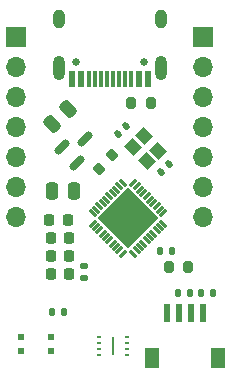
<source format=gbr>
%TF.GenerationSoftware,KiCad,Pcbnew,7.0.11-7.0.11~ubuntu22.04.1*%
%TF.CreationDate,2024-10-26T23:49:30+02:00*%
%TF.ProjectId,C6-40-Flash-test,43362d34-302d-4466-9c61-73682d746573,1.0*%
%TF.SameCoordinates,Original*%
%TF.FileFunction,Soldermask,Top*%
%TF.FilePolarity,Negative*%
%FSLAX46Y46*%
G04 Gerber Fmt 4.6, Leading zero omitted, Abs format (unit mm)*
G04 Created by KiCad (PCBNEW 7.0.11-7.0.11~ubuntu22.04.1) date 2024-10-26 23:49:30*
%MOMM*%
%LPD*%
G01*
G04 APERTURE LIST*
G04 Aperture macros list*
%AMRoundRect*
0 Rectangle with rounded corners*
0 $1 Rounding radius*
0 $2 $3 $4 $5 $6 $7 $8 $9 X,Y pos of 4 corners*
0 Add a 4 corners polygon primitive as box body*
4,1,4,$2,$3,$4,$5,$6,$7,$8,$9,$2,$3,0*
0 Add four circle primitives for the rounded corners*
1,1,$1+$1,$2,$3*
1,1,$1+$1,$4,$5*
1,1,$1+$1,$6,$7*
1,1,$1+$1,$8,$9*
0 Add four rect primitives between the rounded corners*
20,1,$1+$1,$2,$3,$4,$5,0*
20,1,$1+$1,$4,$5,$6,$7,0*
20,1,$1+$1,$6,$7,$8,$9,0*
20,1,$1+$1,$8,$9,$2,$3,0*%
%AMRotRect*
0 Rectangle, with rotation*
0 The origin of the aperture is its center*
0 $1 length*
0 $2 width*
0 $3 Rotation angle, in degrees counterclockwise*
0 Add horizontal line*
21,1,$1,$2,0,0,$3*%
G04 Aperture macros list end*
%ADD10RoundRect,0.135000X-0.135000X-0.185000X0.135000X-0.185000X0.135000X0.185000X-0.135000X0.185000X0*%
%ADD11RoundRect,0.135000X0.135000X0.185000X-0.135000X0.185000X-0.135000X-0.185000X0.135000X-0.185000X0*%
%ADD12R,0.600000X1.550000*%
%ADD13R,1.200000X1.800000*%
%ADD14RoundRect,0.218750X-0.218750X-0.256250X0.218750X-0.256250X0.218750X0.256250X-0.218750X0.256250X0*%
%ADD15RoundRect,0.225000X-0.225000X-0.250000X0.225000X-0.250000X0.225000X0.250000X-0.225000X0.250000X0*%
%ADD16RoundRect,0.200000X-0.200000X-0.275000X0.200000X-0.275000X0.200000X0.275000X-0.200000X0.275000X0*%
%ADD17RoundRect,0.250000X0.250000X0.475000X-0.250000X0.475000X-0.250000X-0.475000X0.250000X-0.475000X0*%
%ADD18RoundRect,0.135000X-0.185000X0.135000X-0.185000X-0.135000X0.185000X-0.135000X0.185000X0.135000X0*%
%ADD19RoundRect,0.140000X-0.140000X-0.170000X0.140000X-0.170000X0.140000X0.170000X-0.140000X0.170000X0*%
%ADD20RoundRect,0.200000X-0.053033X0.335876X-0.335876X0.053033X0.053033X-0.335876X0.335876X-0.053033X0*%
%ADD21RotRect,3.600000X3.600000X45.000000*%
%ADD22RoundRect,0.062500X0.203293X-0.291682X0.291682X-0.203293X-0.203293X0.291682X-0.291682X0.203293X0*%
%ADD23RoundRect,0.062500X-0.203293X-0.291682X0.291682X0.203293X0.203293X0.291682X-0.291682X-0.203293X0*%
%ADD24R,1.700000X1.700000*%
%ADD25O,1.700000X1.700000*%
%ADD26R,0.300000X0.250000*%
%ADD27R,0.200000X1.600000*%
%ADD28RoundRect,0.250000X0.159099X-0.512652X0.512652X-0.159099X-0.159099X0.512652X-0.512652X0.159099X0*%
%ADD29R,0.550000X0.570000*%
%ADD30RotRect,0.990600X1.193800X45.000000*%
%ADD31O,1.000000X1.600000*%
%ADD32O,1.000000X2.100000*%
%ADD33R,0.600000X1.450000*%
%ADD34R,0.300000X1.450000*%
%ADD35C,0.650000*%
%ADD36RoundRect,0.150000X-0.309359X-0.521491X0.521491X0.309359X0.309359X0.521491X-0.521491X-0.309359X0*%
%ADD37RoundRect,0.140000X-0.021213X0.219203X-0.219203X0.021213X0.021213X-0.219203X0.219203X-0.021213X0*%
G04 APERTURE END LIST*
D10*
%TO.C,R7*%
X147940000Y-106150000D03*
X148960000Y-106150000D03*
%TD*%
D11*
%TO.C,R2*%
X150910000Y-106150000D03*
X149890000Y-106150000D03*
%TD*%
D12*
%TO.C,J4*%
X147035000Y-107833370D03*
X148035000Y-107833370D03*
X149035000Y-107833370D03*
X150035000Y-107833370D03*
D13*
X145735000Y-111708370D03*
X151335000Y-111708370D03*
%TD*%
D14*
%TO.C,L1*%
X137152500Y-103065000D03*
X138727500Y-103065000D03*
%TD*%
D15*
%TO.C,C7*%
X137165000Y-104605000D03*
X138715000Y-104605000D03*
%TD*%
D10*
%TO.C,R3*%
X146450000Y-102645000D03*
X147470000Y-102645000D03*
%TD*%
D16*
%TO.C,R1*%
X143995000Y-90085000D03*
X145645000Y-90085000D03*
%TD*%
D17*
%TO.C,C5*%
X139150000Y-97505000D03*
X137250000Y-97505000D03*
%TD*%
D18*
%TO.C,R6*%
X139970000Y-103885000D03*
X139970000Y-104905000D03*
%TD*%
D19*
%TO.C,C1*%
X137310000Y-107785000D03*
X138270000Y-107785000D03*
%TD*%
D20*
%TO.C,R4*%
X142396726Y-94508274D03*
X141230000Y-95675000D03*
%TD*%
D21*
%TO.C,U2*%
X143718528Y-99856472D03*
D22*
X140722163Y-99405691D03*
X141005006Y-99122849D03*
X141287848Y-98840006D03*
X141570691Y-98557163D03*
X141853534Y-98274321D03*
X142136377Y-97991478D03*
X142419219Y-97708635D03*
X142702062Y-97425792D03*
X142984905Y-97142950D03*
X143267747Y-96860107D03*
D23*
X144169309Y-96860107D03*
X144452151Y-97142950D03*
X144734994Y-97425792D03*
X145017837Y-97708635D03*
X145300679Y-97991478D03*
X145583522Y-98274321D03*
X145866365Y-98557163D03*
X146149208Y-98840006D03*
X146432050Y-99122849D03*
X146714893Y-99405691D03*
D22*
X146714893Y-100307253D03*
X146432050Y-100590095D03*
X146149208Y-100872938D03*
X145866365Y-101155781D03*
X145583522Y-101438623D03*
X145300679Y-101721466D03*
X145017837Y-102004309D03*
X144734994Y-102287152D03*
X144452151Y-102569994D03*
X144169309Y-102852837D03*
D23*
X143267747Y-102852837D03*
X142984905Y-102569994D03*
X142702062Y-102287152D03*
X142419219Y-102004309D03*
X142136377Y-101721466D03*
X141853534Y-101438623D03*
X141570691Y-101155781D03*
X141287848Y-100872938D03*
X141005006Y-100590095D03*
X140722163Y-100307253D03*
%TD*%
D24*
%TO.C,J2*%
X134190000Y-84505000D03*
D25*
X134190000Y-87045000D03*
X134190000Y-89585000D03*
X134190000Y-92125000D03*
X134190000Y-94665000D03*
X134190000Y-97205000D03*
X134190000Y-99745000D03*
%TD*%
D24*
%TO.C,J3*%
X150100000Y-84505000D03*
D25*
X150100000Y-87045000D03*
X150100000Y-89585000D03*
X150100000Y-92125000D03*
X150100000Y-94665000D03*
X150100000Y-97205000D03*
X150100000Y-99745000D03*
%TD*%
D14*
%TO.C,L2*%
X137062500Y-100000000D03*
X138637500Y-100000000D03*
%TD*%
D26*
%TO.C,IC1*%
X141250000Y-109900000D03*
X141250000Y-110400000D03*
X141250000Y-110900000D03*
X141250000Y-111400000D03*
X143650000Y-111400000D03*
X143650000Y-110900000D03*
X143650000Y-110400000D03*
X143650000Y-109900000D03*
D27*
X142450000Y-110650000D03*
%TD*%
D28*
%TO.C,C4*%
X137268249Y-91896751D03*
X138611751Y-90553249D03*
%TD*%
D29*
%TO.C,SW1*%
X134655000Y-109885000D03*
X134655000Y-111045000D03*
X137205000Y-109885000D03*
X137205000Y-111045000D03*
%TD*%
D15*
%TO.C,C6*%
X137165000Y-101535000D03*
X138715000Y-101535000D03*
%TD*%
D30*
%TO.C,X1*%
X144130763Y-93834237D03*
X145332846Y-95036320D03*
X146252083Y-94117083D03*
X145050000Y-92915000D03*
%TD*%
D31*
%TO.C,J1*%
X137870000Y-82935000D03*
D32*
X137870000Y-87115000D03*
D31*
X146510000Y-82935000D03*
D32*
X146510000Y-87115000D03*
D33*
X145440000Y-88030000D03*
X144640000Y-88030000D03*
D34*
X143940000Y-88030000D03*
X142940000Y-88030000D03*
X141440000Y-88030000D03*
X140440000Y-88030000D03*
D33*
X139740000Y-88030000D03*
X138940000Y-88030000D03*
X138940000Y-88030000D03*
X139740000Y-88030000D03*
D34*
X140940000Y-88030000D03*
X141940000Y-88030000D03*
X142440000Y-88030000D03*
X143440000Y-88030000D03*
D33*
X144640000Y-88030000D03*
X145440000Y-88030000D03*
D35*
X139300000Y-86585000D03*
X145080000Y-86585000D03*
%TD*%
D16*
%TO.C,R5*%
X147165000Y-103935000D03*
X148815000Y-103935000D03*
%TD*%
D36*
%TO.C,U3*%
X138086497Y-93801497D03*
X139430000Y-95145000D03*
X140084074Y-93147423D03*
%TD*%
D37*
%TO.C,C2*%
X143579411Y-92045589D03*
X142900589Y-92724411D03*
%TD*%
%TO.C,C3*%
X147169411Y-95285589D03*
X146490589Y-95964411D03*
%TD*%
M02*

</source>
